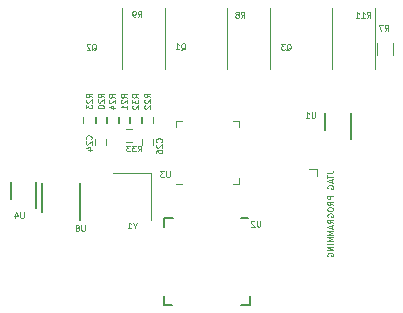
<source format=gbr>
G04 #@! TF.GenerationSoftware,KiCad,Pcbnew,(5.1.8)-1*
G04 #@! TF.CreationDate,2020-11-22T18:17:10-08:00*
G04 #@! TF.ProjectId,Thruster_Controller_V2,54687275-7374-4657-925f-436f6e74726f,rev?*
G04 #@! TF.SameCoordinates,Original*
G04 #@! TF.FileFunction,Legend,Bot*
G04 #@! TF.FilePolarity,Positive*
%FSLAX46Y46*%
G04 Gerber Fmt 4.6, Leading zero omitted, Abs format (unit mm)*
G04 Created by KiCad (PCBNEW (5.1.8)-1) date 2020-11-22 18:17:10*
%MOMM*%
%LPD*%
G01*
G04 APERTURE LIST*
%ADD10C,0.125000*%
%ADD11C,0.120000*%
%ADD12C,0.150000*%
G04 APERTURE END LIST*
D10*
X110176190Y-102197619D02*
X110533333Y-102197619D01*
X110604761Y-102173809D01*
X110652380Y-102126190D01*
X110676190Y-102054761D01*
X110676190Y-102007142D01*
X110176190Y-102364285D02*
X110176190Y-102650000D01*
X110676190Y-102507142D02*
X110176190Y-102507142D01*
X110533333Y-102792857D02*
X110533333Y-103030952D01*
X110676190Y-102745238D02*
X110176190Y-102911904D01*
X110676190Y-103078571D01*
X110200000Y-103507142D02*
X110176190Y-103459523D01*
X110176190Y-103388095D01*
X110200000Y-103316666D01*
X110247619Y-103269047D01*
X110295238Y-103245238D01*
X110390476Y-103221428D01*
X110461904Y-103221428D01*
X110557142Y-103245238D01*
X110604761Y-103269047D01*
X110652380Y-103316666D01*
X110676190Y-103388095D01*
X110676190Y-103435714D01*
X110652380Y-103507142D01*
X110628571Y-103530952D01*
X110461904Y-103530952D01*
X110461904Y-103435714D01*
X110676190Y-104126190D02*
X110176190Y-104126190D01*
X110176190Y-104316666D01*
X110200000Y-104364285D01*
X110223809Y-104388095D01*
X110271428Y-104411904D01*
X110342857Y-104411904D01*
X110390476Y-104388095D01*
X110414285Y-104364285D01*
X110438095Y-104316666D01*
X110438095Y-104126190D01*
X110676190Y-104911904D02*
X110438095Y-104745238D01*
X110676190Y-104626190D02*
X110176190Y-104626190D01*
X110176190Y-104816666D01*
X110200000Y-104864285D01*
X110223809Y-104888095D01*
X110271428Y-104911904D01*
X110342857Y-104911904D01*
X110390476Y-104888095D01*
X110414285Y-104864285D01*
X110438095Y-104816666D01*
X110438095Y-104626190D01*
X110176190Y-105221428D02*
X110176190Y-105316666D01*
X110200000Y-105364285D01*
X110247619Y-105411904D01*
X110342857Y-105435714D01*
X110509523Y-105435714D01*
X110604761Y-105411904D01*
X110652380Y-105364285D01*
X110676190Y-105316666D01*
X110676190Y-105221428D01*
X110652380Y-105173809D01*
X110604761Y-105126190D01*
X110509523Y-105102380D01*
X110342857Y-105102380D01*
X110247619Y-105126190D01*
X110200000Y-105173809D01*
X110176190Y-105221428D01*
X110200000Y-105911904D02*
X110176190Y-105864285D01*
X110176190Y-105792857D01*
X110200000Y-105721428D01*
X110247619Y-105673809D01*
X110295238Y-105650000D01*
X110390476Y-105626190D01*
X110461904Y-105626190D01*
X110557142Y-105650000D01*
X110604761Y-105673809D01*
X110652380Y-105721428D01*
X110676190Y-105792857D01*
X110676190Y-105840476D01*
X110652380Y-105911904D01*
X110628571Y-105935714D01*
X110461904Y-105935714D01*
X110461904Y-105840476D01*
X110676190Y-106435714D02*
X110438095Y-106269047D01*
X110676190Y-106150000D02*
X110176190Y-106150000D01*
X110176190Y-106340476D01*
X110200000Y-106388095D01*
X110223809Y-106411904D01*
X110271428Y-106435714D01*
X110342857Y-106435714D01*
X110390476Y-106411904D01*
X110414285Y-106388095D01*
X110438095Y-106340476D01*
X110438095Y-106150000D01*
X110533333Y-106626190D02*
X110533333Y-106864285D01*
X110676190Y-106578571D02*
X110176190Y-106745238D01*
X110676190Y-106911904D01*
X110676190Y-107078571D02*
X110176190Y-107078571D01*
X110533333Y-107245238D01*
X110176190Y-107411904D01*
X110676190Y-107411904D01*
X110676190Y-107650000D02*
X110176190Y-107650000D01*
X110533333Y-107816666D01*
X110176190Y-107983333D01*
X110676190Y-107983333D01*
X110676190Y-108221428D02*
X110176190Y-108221428D01*
X110676190Y-108459523D02*
X110176190Y-108459523D01*
X110676190Y-108745238D01*
X110176190Y-108745238D01*
X110200000Y-109245238D02*
X110176190Y-109197619D01*
X110176190Y-109126190D01*
X110200000Y-109054761D01*
X110247619Y-109007142D01*
X110295238Y-108983333D01*
X110390476Y-108959523D01*
X110461904Y-108959523D01*
X110557142Y-108983333D01*
X110604761Y-109007142D01*
X110652380Y-109054761D01*
X110676190Y-109126190D01*
X110676190Y-109173809D01*
X110652380Y-109245238D01*
X110628571Y-109269047D01*
X110461904Y-109269047D01*
X110461904Y-109173809D01*
D11*
X109270000Y-102460000D02*
X109270000Y-101825000D01*
X109270000Y-101825000D02*
X108635000Y-101825000D01*
X92780000Y-88200000D02*
X92780000Y-93400000D01*
X96420000Y-93400000D02*
X96420000Y-88200000D01*
D12*
X89275000Y-106200000D02*
X89275000Y-103025000D01*
X86025000Y-105475000D02*
X86025000Y-103025000D01*
D11*
X114395000Y-91175000D02*
X114395000Y-92175000D01*
X115755000Y-92175000D02*
X115755000Y-91175000D01*
X91470000Y-99325000D02*
X91470000Y-99825000D01*
X90530000Y-99825000D02*
X90530000Y-99325000D01*
X95420000Y-99325000D02*
X95420000Y-99825000D01*
X94480000Y-99825000D02*
X94480000Y-99325000D01*
X91530000Y-97450000D02*
X91530000Y-97950000D01*
X90470000Y-97950000D02*
X90470000Y-97450000D01*
X93480000Y-97450000D02*
X93480000Y-97950000D01*
X92420000Y-97950000D02*
X92420000Y-97450000D01*
X95430000Y-97450000D02*
X95430000Y-97950000D01*
X94370000Y-97950000D02*
X94370000Y-97450000D01*
X101680000Y-88200000D02*
X101680000Y-93400000D01*
X105320000Y-93400000D02*
X105320000Y-88200000D01*
X110580000Y-88200000D02*
X110580000Y-93400000D01*
X114220000Y-93400000D02*
X114220000Y-88200000D01*
X90555000Y-97450000D02*
X90555000Y-97950000D01*
X89495000Y-97950000D02*
X89495000Y-97450000D01*
X92505000Y-97450000D02*
X92505000Y-97950000D01*
X91445000Y-97950000D02*
X91445000Y-97450000D01*
X94455000Y-97450000D02*
X94455000Y-97950000D01*
X93395000Y-97950000D02*
X93395000Y-97450000D01*
X93650000Y-99555000D02*
X93150000Y-99555000D01*
X93150000Y-98495000D02*
X93650000Y-98495000D01*
D12*
X112150000Y-99300000D02*
X112150000Y-97125000D01*
X109950000Y-98575000D02*
X109950000Y-97125000D01*
X96350000Y-106050000D02*
X96350000Y-106750000D01*
X96350000Y-112600000D02*
X96350000Y-113350000D01*
X96350000Y-106050000D02*
X97100000Y-106050000D01*
X96350000Y-113350000D02*
X97050000Y-113350000D01*
X103650000Y-113350000D02*
X102900000Y-113350000D01*
X103500000Y-106050000D02*
X102900000Y-106050000D01*
X103650000Y-112600000D02*
X103650000Y-113350000D01*
D11*
X102667000Y-103167000D02*
X102667000Y-102659000D01*
X102159000Y-103167000D02*
X102667000Y-103167000D01*
X102667000Y-97833000D02*
X102159000Y-97833000D01*
X102667000Y-98341000D02*
X102667000Y-97833000D01*
X97333000Y-97833000D02*
X97333000Y-98341000D01*
X97841000Y-97833000D02*
X97333000Y-97833000D01*
X97841000Y-103167000D02*
X97333000Y-103167000D01*
X95250000Y-102175000D02*
X95250000Y-106175000D01*
X92050000Y-102175000D02*
X95250000Y-102175000D01*
D12*
X85550000Y-105150000D02*
X85550000Y-102975000D01*
X83350000Y-104425000D02*
X83350000Y-102975000D01*
D10*
X90237619Y-91803809D02*
X90285238Y-91780000D01*
X90332857Y-91732380D01*
X90404285Y-91660952D01*
X90451904Y-91637142D01*
X90499523Y-91637142D01*
X90475714Y-91756190D02*
X90523333Y-91732380D01*
X90570952Y-91684761D01*
X90594761Y-91589523D01*
X90594761Y-91422857D01*
X90570952Y-91327619D01*
X90523333Y-91280000D01*
X90475714Y-91256190D01*
X90380476Y-91256190D01*
X90332857Y-91280000D01*
X90285238Y-91327619D01*
X90261428Y-91422857D01*
X90261428Y-91589523D01*
X90285238Y-91684761D01*
X90332857Y-91732380D01*
X90380476Y-91756190D01*
X90475714Y-91756190D01*
X90070952Y-91303809D02*
X90047142Y-91280000D01*
X89999523Y-91256190D01*
X89880476Y-91256190D01*
X89832857Y-91280000D01*
X89809047Y-91303809D01*
X89785238Y-91351428D01*
X89785238Y-91399047D01*
X89809047Y-91470476D01*
X90094761Y-91756190D01*
X89785238Y-91756190D01*
X94153333Y-88996190D02*
X94320000Y-88758095D01*
X94439047Y-88996190D02*
X94439047Y-88496190D01*
X94248571Y-88496190D01*
X94200952Y-88520000D01*
X94177142Y-88543809D01*
X94153333Y-88591428D01*
X94153333Y-88662857D01*
X94177142Y-88710476D01*
X94200952Y-88734285D01*
X94248571Y-88758095D01*
X94439047Y-88758095D01*
X93915238Y-88996190D02*
X93820000Y-88996190D01*
X93772380Y-88972380D01*
X93748571Y-88948571D01*
X93700952Y-88877142D01*
X93677142Y-88781904D01*
X93677142Y-88591428D01*
X93700952Y-88543809D01*
X93724761Y-88520000D01*
X93772380Y-88496190D01*
X93867619Y-88496190D01*
X93915238Y-88520000D01*
X93939047Y-88543809D01*
X93962857Y-88591428D01*
X93962857Y-88710476D01*
X93939047Y-88758095D01*
X93915238Y-88781904D01*
X93867619Y-88805714D01*
X93772380Y-88805714D01*
X93724761Y-88781904D01*
X93700952Y-88758095D01*
X93677142Y-88710476D01*
X97797619Y-91773809D02*
X97845238Y-91750000D01*
X97892857Y-91702380D01*
X97964285Y-91630952D01*
X98011904Y-91607142D01*
X98059523Y-91607142D01*
X98035714Y-91726190D02*
X98083333Y-91702380D01*
X98130952Y-91654761D01*
X98154761Y-91559523D01*
X98154761Y-91392857D01*
X98130952Y-91297619D01*
X98083333Y-91250000D01*
X98035714Y-91226190D01*
X97940476Y-91226190D01*
X97892857Y-91250000D01*
X97845238Y-91297619D01*
X97821428Y-91392857D01*
X97821428Y-91559523D01*
X97845238Y-91654761D01*
X97892857Y-91702380D01*
X97940476Y-91726190D01*
X98035714Y-91726190D01*
X97345238Y-91726190D02*
X97630952Y-91726190D01*
X97488095Y-91726190D02*
X97488095Y-91226190D01*
X97535714Y-91297619D01*
X97583333Y-91345238D01*
X97630952Y-91369047D01*
X89640952Y-106616190D02*
X89640952Y-107020952D01*
X89617142Y-107068571D01*
X89593333Y-107092380D01*
X89545714Y-107116190D01*
X89450476Y-107116190D01*
X89402857Y-107092380D01*
X89379047Y-107068571D01*
X89355238Y-107020952D01*
X89355238Y-106616190D01*
X89045714Y-106830476D02*
X89093333Y-106806666D01*
X89117142Y-106782857D01*
X89140952Y-106735238D01*
X89140952Y-106711428D01*
X89117142Y-106663809D01*
X89093333Y-106640000D01*
X89045714Y-106616190D01*
X88950476Y-106616190D01*
X88902857Y-106640000D01*
X88879047Y-106663809D01*
X88855238Y-106711428D01*
X88855238Y-106735238D01*
X88879047Y-106782857D01*
X88902857Y-106806666D01*
X88950476Y-106830476D01*
X89045714Y-106830476D01*
X89093333Y-106854285D01*
X89117142Y-106878095D01*
X89140952Y-106925714D01*
X89140952Y-107020952D01*
X89117142Y-107068571D01*
X89093333Y-107092380D01*
X89045714Y-107116190D01*
X88950476Y-107116190D01*
X88902857Y-107092380D01*
X88879047Y-107068571D01*
X88855238Y-107020952D01*
X88855238Y-106925714D01*
X88879047Y-106878095D01*
X88902857Y-106854285D01*
X88950476Y-106830476D01*
X115028333Y-90151190D02*
X115195000Y-89913095D01*
X115314047Y-90151190D02*
X115314047Y-89651190D01*
X115123571Y-89651190D01*
X115075952Y-89675000D01*
X115052142Y-89698809D01*
X115028333Y-89746428D01*
X115028333Y-89817857D01*
X115052142Y-89865476D01*
X115075952Y-89889285D01*
X115123571Y-89913095D01*
X115314047Y-89913095D01*
X114861666Y-89651190D02*
X114528333Y-89651190D01*
X114742619Y-90151190D01*
X90178571Y-99333571D02*
X90202380Y-99309761D01*
X90226190Y-99238333D01*
X90226190Y-99190714D01*
X90202380Y-99119285D01*
X90154761Y-99071666D01*
X90107142Y-99047857D01*
X90011904Y-99024047D01*
X89940476Y-99024047D01*
X89845238Y-99047857D01*
X89797619Y-99071666D01*
X89750000Y-99119285D01*
X89726190Y-99190714D01*
X89726190Y-99238333D01*
X89750000Y-99309761D01*
X89773809Y-99333571D01*
X89773809Y-99524047D02*
X89750000Y-99547857D01*
X89726190Y-99595476D01*
X89726190Y-99714523D01*
X89750000Y-99762142D01*
X89773809Y-99785952D01*
X89821428Y-99809761D01*
X89869047Y-99809761D01*
X89940476Y-99785952D01*
X90226190Y-99500238D01*
X90226190Y-99809761D01*
X89892857Y-100238333D02*
X90226190Y-100238333D01*
X89702380Y-100119285D02*
X90059523Y-100000238D01*
X90059523Y-100309761D01*
X96128571Y-99578571D02*
X96152380Y-99554761D01*
X96176190Y-99483333D01*
X96176190Y-99435714D01*
X96152380Y-99364285D01*
X96104761Y-99316666D01*
X96057142Y-99292857D01*
X95961904Y-99269047D01*
X95890476Y-99269047D01*
X95795238Y-99292857D01*
X95747619Y-99316666D01*
X95700000Y-99364285D01*
X95676190Y-99435714D01*
X95676190Y-99483333D01*
X95700000Y-99554761D01*
X95723809Y-99578571D01*
X95723809Y-99769047D02*
X95700000Y-99792857D01*
X95676190Y-99840476D01*
X95676190Y-99959523D01*
X95700000Y-100007142D01*
X95723809Y-100030952D01*
X95771428Y-100054761D01*
X95819047Y-100054761D01*
X95890476Y-100030952D01*
X96176190Y-99745238D01*
X96176190Y-100054761D01*
X95676190Y-100483333D02*
X95676190Y-100388095D01*
X95700000Y-100340476D01*
X95723809Y-100316666D01*
X95795238Y-100269047D01*
X95890476Y-100245238D01*
X96080952Y-100245238D01*
X96128571Y-100269047D01*
X96152380Y-100292857D01*
X96176190Y-100340476D01*
X96176190Y-100435714D01*
X96152380Y-100483333D01*
X96128571Y-100507142D01*
X96080952Y-100530952D01*
X95961904Y-100530952D01*
X95914285Y-100507142D01*
X95890476Y-100483333D01*
X95866666Y-100435714D01*
X95866666Y-100340476D01*
X95890476Y-100292857D01*
X95914285Y-100269047D01*
X95961904Y-100245238D01*
X91251190Y-95778571D02*
X91013095Y-95611904D01*
X91251190Y-95492857D02*
X90751190Y-95492857D01*
X90751190Y-95683333D01*
X90775000Y-95730952D01*
X90798809Y-95754761D01*
X90846428Y-95778571D01*
X90917857Y-95778571D01*
X90965476Y-95754761D01*
X90989285Y-95730952D01*
X91013095Y-95683333D01*
X91013095Y-95492857D01*
X90798809Y-95969047D02*
X90775000Y-95992857D01*
X90751190Y-96040476D01*
X90751190Y-96159523D01*
X90775000Y-96207142D01*
X90798809Y-96230952D01*
X90846428Y-96254761D01*
X90894047Y-96254761D01*
X90965476Y-96230952D01*
X91251190Y-95945238D01*
X91251190Y-96254761D01*
X90751190Y-96564285D02*
X90751190Y-96611904D01*
X90775000Y-96659523D01*
X90798809Y-96683333D01*
X90846428Y-96707142D01*
X90941666Y-96730952D01*
X91060714Y-96730952D01*
X91155952Y-96707142D01*
X91203571Y-96683333D01*
X91227380Y-96659523D01*
X91251190Y-96611904D01*
X91251190Y-96564285D01*
X91227380Y-96516666D01*
X91203571Y-96492857D01*
X91155952Y-96469047D01*
X91060714Y-96445238D01*
X90941666Y-96445238D01*
X90846428Y-96469047D01*
X90798809Y-96492857D01*
X90775000Y-96516666D01*
X90751190Y-96564285D01*
X93201190Y-95828571D02*
X92963095Y-95661904D01*
X93201190Y-95542857D02*
X92701190Y-95542857D01*
X92701190Y-95733333D01*
X92725000Y-95780952D01*
X92748809Y-95804761D01*
X92796428Y-95828571D01*
X92867857Y-95828571D01*
X92915476Y-95804761D01*
X92939285Y-95780952D01*
X92963095Y-95733333D01*
X92963095Y-95542857D01*
X92748809Y-96019047D02*
X92725000Y-96042857D01*
X92701190Y-96090476D01*
X92701190Y-96209523D01*
X92725000Y-96257142D01*
X92748809Y-96280952D01*
X92796428Y-96304761D01*
X92844047Y-96304761D01*
X92915476Y-96280952D01*
X93201190Y-95995238D01*
X93201190Y-96304761D01*
X93201190Y-96780952D02*
X93201190Y-96495238D01*
X93201190Y-96638095D02*
X92701190Y-96638095D01*
X92772619Y-96590476D01*
X92820238Y-96542857D01*
X92844047Y-96495238D01*
X95176190Y-95803571D02*
X94938095Y-95636904D01*
X95176190Y-95517857D02*
X94676190Y-95517857D01*
X94676190Y-95708333D01*
X94700000Y-95755952D01*
X94723809Y-95779761D01*
X94771428Y-95803571D01*
X94842857Y-95803571D01*
X94890476Y-95779761D01*
X94914285Y-95755952D01*
X94938095Y-95708333D01*
X94938095Y-95517857D01*
X94723809Y-95994047D02*
X94700000Y-96017857D01*
X94676190Y-96065476D01*
X94676190Y-96184523D01*
X94700000Y-96232142D01*
X94723809Y-96255952D01*
X94771428Y-96279761D01*
X94819047Y-96279761D01*
X94890476Y-96255952D01*
X95176190Y-95970238D01*
X95176190Y-96279761D01*
X94723809Y-96470238D02*
X94700000Y-96494047D01*
X94676190Y-96541666D01*
X94676190Y-96660714D01*
X94700000Y-96708333D01*
X94723809Y-96732142D01*
X94771428Y-96755952D01*
X94819047Y-96755952D01*
X94890476Y-96732142D01*
X95176190Y-96446428D01*
X95176190Y-96755952D01*
X106717619Y-91813809D02*
X106765238Y-91790000D01*
X106812857Y-91742380D01*
X106884285Y-91670952D01*
X106931904Y-91647142D01*
X106979523Y-91647142D01*
X106955714Y-91766190D02*
X107003333Y-91742380D01*
X107050952Y-91694761D01*
X107074761Y-91599523D01*
X107074761Y-91432857D01*
X107050952Y-91337619D01*
X107003333Y-91290000D01*
X106955714Y-91266190D01*
X106860476Y-91266190D01*
X106812857Y-91290000D01*
X106765238Y-91337619D01*
X106741428Y-91432857D01*
X106741428Y-91599523D01*
X106765238Y-91694761D01*
X106812857Y-91742380D01*
X106860476Y-91766190D01*
X106955714Y-91766190D01*
X106574761Y-91266190D02*
X106265238Y-91266190D01*
X106431904Y-91456666D01*
X106360476Y-91456666D01*
X106312857Y-91480476D01*
X106289047Y-91504285D01*
X106265238Y-91551904D01*
X106265238Y-91670952D01*
X106289047Y-91718571D01*
X106312857Y-91742380D01*
X106360476Y-91766190D01*
X106503333Y-91766190D01*
X106550952Y-91742380D01*
X106574761Y-91718571D01*
X102873333Y-89066190D02*
X103040000Y-88828095D01*
X103159047Y-89066190D02*
X103159047Y-88566190D01*
X102968571Y-88566190D01*
X102920952Y-88590000D01*
X102897142Y-88613809D01*
X102873333Y-88661428D01*
X102873333Y-88732857D01*
X102897142Y-88780476D01*
X102920952Y-88804285D01*
X102968571Y-88828095D01*
X103159047Y-88828095D01*
X102587619Y-88780476D02*
X102635238Y-88756666D01*
X102659047Y-88732857D01*
X102682857Y-88685238D01*
X102682857Y-88661428D01*
X102659047Y-88613809D01*
X102635238Y-88590000D01*
X102587619Y-88566190D01*
X102492380Y-88566190D01*
X102444761Y-88590000D01*
X102420952Y-88613809D01*
X102397142Y-88661428D01*
X102397142Y-88685238D01*
X102420952Y-88732857D01*
X102444761Y-88756666D01*
X102492380Y-88780476D01*
X102587619Y-88780476D01*
X102635238Y-88804285D01*
X102659047Y-88828095D01*
X102682857Y-88875714D01*
X102682857Y-88970952D01*
X102659047Y-89018571D01*
X102635238Y-89042380D01*
X102587619Y-89066190D01*
X102492380Y-89066190D01*
X102444761Y-89042380D01*
X102420952Y-89018571D01*
X102397142Y-88970952D01*
X102397142Y-88875714D01*
X102420952Y-88828095D01*
X102444761Y-88804285D01*
X102492380Y-88780476D01*
X113531428Y-89066190D02*
X113698095Y-88828095D01*
X113817142Y-89066190D02*
X113817142Y-88566190D01*
X113626666Y-88566190D01*
X113579047Y-88590000D01*
X113555238Y-88613809D01*
X113531428Y-88661428D01*
X113531428Y-88732857D01*
X113555238Y-88780476D01*
X113579047Y-88804285D01*
X113626666Y-88828095D01*
X113817142Y-88828095D01*
X113055238Y-89066190D02*
X113340952Y-89066190D01*
X113198095Y-89066190D02*
X113198095Y-88566190D01*
X113245714Y-88637619D01*
X113293333Y-88685238D01*
X113340952Y-88709047D01*
X112579047Y-89066190D02*
X112864761Y-89066190D01*
X112721904Y-89066190D02*
X112721904Y-88566190D01*
X112769523Y-88637619D01*
X112817142Y-88685238D01*
X112864761Y-88709047D01*
X90251190Y-95778571D02*
X90013095Y-95611904D01*
X90251190Y-95492857D02*
X89751190Y-95492857D01*
X89751190Y-95683333D01*
X89775000Y-95730952D01*
X89798809Y-95754761D01*
X89846428Y-95778571D01*
X89917857Y-95778571D01*
X89965476Y-95754761D01*
X89989285Y-95730952D01*
X90013095Y-95683333D01*
X90013095Y-95492857D01*
X89798809Y-95969047D02*
X89775000Y-95992857D01*
X89751190Y-96040476D01*
X89751190Y-96159523D01*
X89775000Y-96207142D01*
X89798809Y-96230952D01*
X89846428Y-96254761D01*
X89894047Y-96254761D01*
X89965476Y-96230952D01*
X90251190Y-95945238D01*
X90251190Y-96254761D01*
X89751190Y-96421428D02*
X89751190Y-96730952D01*
X89941666Y-96564285D01*
X89941666Y-96635714D01*
X89965476Y-96683333D01*
X89989285Y-96707142D01*
X90036904Y-96730952D01*
X90155952Y-96730952D01*
X90203571Y-96707142D01*
X90227380Y-96683333D01*
X90251190Y-96635714D01*
X90251190Y-96492857D01*
X90227380Y-96445238D01*
X90203571Y-96421428D01*
X92176190Y-95828571D02*
X91938095Y-95661904D01*
X92176190Y-95542857D02*
X91676190Y-95542857D01*
X91676190Y-95733333D01*
X91700000Y-95780952D01*
X91723809Y-95804761D01*
X91771428Y-95828571D01*
X91842857Y-95828571D01*
X91890476Y-95804761D01*
X91914285Y-95780952D01*
X91938095Y-95733333D01*
X91938095Y-95542857D01*
X91723809Y-96019047D02*
X91700000Y-96042857D01*
X91676190Y-96090476D01*
X91676190Y-96209523D01*
X91700000Y-96257142D01*
X91723809Y-96280952D01*
X91771428Y-96304761D01*
X91819047Y-96304761D01*
X91890476Y-96280952D01*
X92176190Y-95995238D01*
X92176190Y-96304761D01*
X91842857Y-96733333D02*
X92176190Y-96733333D01*
X91652380Y-96614285D02*
X92009523Y-96495238D01*
X92009523Y-96804761D01*
X94176190Y-95828571D02*
X93938095Y-95661904D01*
X94176190Y-95542857D02*
X93676190Y-95542857D01*
X93676190Y-95733333D01*
X93700000Y-95780952D01*
X93723809Y-95804761D01*
X93771428Y-95828571D01*
X93842857Y-95828571D01*
X93890476Y-95804761D01*
X93914285Y-95780952D01*
X93938095Y-95733333D01*
X93938095Y-95542857D01*
X93676190Y-95995238D02*
X93676190Y-96304761D01*
X93866666Y-96138095D01*
X93866666Y-96209523D01*
X93890476Y-96257142D01*
X93914285Y-96280952D01*
X93961904Y-96304761D01*
X94080952Y-96304761D01*
X94128571Y-96280952D01*
X94152380Y-96257142D01*
X94176190Y-96209523D01*
X94176190Y-96066666D01*
X94152380Y-96019047D01*
X94128571Y-95995238D01*
X93723809Y-96495238D02*
X93700000Y-96519047D01*
X93676190Y-96566666D01*
X93676190Y-96685714D01*
X93700000Y-96733333D01*
X93723809Y-96757142D01*
X93771428Y-96780952D01*
X93819047Y-96780952D01*
X93890476Y-96757142D01*
X94176190Y-96471428D01*
X94176190Y-96780952D01*
X94121428Y-100376190D02*
X94288095Y-100138095D01*
X94407142Y-100376190D02*
X94407142Y-99876190D01*
X94216666Y-99876190D01*
X94169047Y-99900000D01*
X94145238Y-99923809D01*
X94121428Y-99971428D01*
X94121428Y-100042857D01*
X94145238Y-100090476D01*
X94169047Y-100114285D01*
X94216666Y-100138095D01*
X94407142Y-100138095D01*
X93954761Y-99876190D02*
X93645238Y-99876190D01*
X93811904Y-100066666D01*
X93740476Y-100066666D01*
X93692857Y-100090476D01*
X93669047Y-100114285D01*
X93645238Y-100161904D01*
X93645238Y-100280952D01*
X93669047Y-100328571D01*
X93692857Y-100352380D01*
X93740476Y-100376190D01*
X93883333Y-100376190D01*
X93930952Y-100352380D01*
X93954761Y-100328571D01*
X93478571Y-99876190D02*
X93169047Y-99876190D01*
X93335714Y-100066666D01*
X93264285Y-100066666D01*
X93216666Y-100090476D01*
X93192857Y-100114285D01*
X93169047Y-100161904D01*
X93169047Y-100280952D01*
X93192857Y-100328571D01*
X93216666Y-100352380D01*
X93264285Y-100376190D01*
X93407142Y-100376190D01*
X93454761Y-100352380D01*
X93478571Y-100328571D01*
X109130952Y-97036190D02*
X109130952Y-97440952D01*
X109107142Y-97488571D01*
X109083333Y-97512380D01*
X109035714Y-97536190D01*
X108940476Y-97536190D01*
X108892857Y-97512380D01*
X108869047Y-97488571D01*
X108845238Y-97440952D01*
X108845238Y-97036190D01*
X108345238Y-97536190D02*
X108630952Y-97536190D01*
X108488095Y-97536190D02*
X108488095Y-97036190D01*
X108535714Y-97107619D01*
X108583333Y-97155238D01*
X108630952Y-97179047D01*
X104505952Y-106251190D02*
X104505952Y-106655952D01*
X104482142Y-106703571D01*
X104458333Y-106727380D01*
X104410714Y-106751190D01*
X104315476Y-106751190D01*
X104267857Y-106727380D01*
X104244047Y-106703571D01*
X104220238Y-106655952D01*
X104220238Y-106251190D01*
X104005952Y-106298809D02*
X103982142Y-106275000D01*
X103934523Y-106251190D01*
X103815476Y-106251190D01*
X103767857Y-106275000D01*
X103744047Y-106298809D01*
X103720238Y-106346428D01*
X103720238Y-106394047D01*
X103744047Y-106465476D01*
X104029761Y-106751190D01*
X103720238Y-106751190D01*
X96830952Y-102051190D02*
X96830952Y-102455952D01*
X96807142Y-102503571D01*
X96783333Y-102527380D01*
X96735714Y-102551190D01*
X96640476Y-102551190D01*
X96592857Y-102527380D01*
X96569047Y-102503571D01*
X96545238Y-102455952D01*
X96545238Y-102051190D01*
X96354761Y-102051190D02*
X96045238Y-102051190D01*
X96211904Y-102241666D01*
X96140476Y-102241666D01*
X96092857Y-102265476D01*
X96069047Y-102289285D01*
X96045238Y-102336904D01*
X96045238Y-102455952D01*
X96069047Y-102503571D01*
X96092857Y-102527380D01*
X96140476Y-102551190D01*
X96283333Y-102551190D01*
X96330952Y-102527380D01*
X96354761Y-102503571D01*
X93868095Y-106658095D02*
X93868095Y-106896190D01*
X94034761Y-106396190D02*
X93868095Y-106658095D01*
X93701428Y-106396190D01*
X93272857Y-106896190D02*
X93558571Y-106896190D01*
X93415714Y-106896190D02*
X93415714Y-106396190D01*
X93463333Y-106467619D01*
X93510952Y-106515238D01*
X93558571Y-106539047D01*
X84470952Y-105526190D02*
X84470952Y-105930952D01*
X84447142Y-105978571D01*
X84423333Y-106002380D01*
X84375714Y-106026190D01*
X84280476Y-106026190D01*
X84232857Y-106002380D01*
X84209047Y-105978571D01*
X84185238Y-105930952D01*
X84185238Y-105526190D01*
X83732857Y-105692857D02*
X83732857Y-106026190D01*
X83851904Y-105502380D02*
X83970952Y-105859523D01*
X83661428Y-105859523D01*
M02*

</source>
